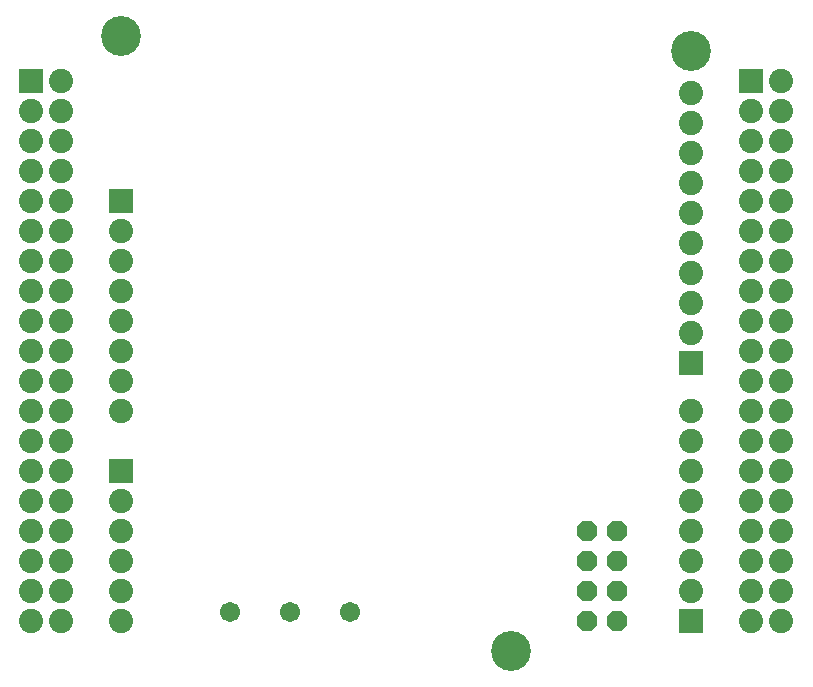
<source format=gbs>
G04 EAGLE Gerber RS-274X export*
G75*
%MOMM*%
%FSLAX34Y34*%
%LPD*%
%INSoldermask Bottom*%
%IPPOS*%
%AMOC8*
5,1,8,0,0,1.08239X$1,22.5*%
G01*
%ADD10P,1.869504X8X292.500000*%
%ADD11R,2.053200X2.053200*%
%ADD12C,2.053200*%
%ADD13C,3.378200*%
%ADD14C,1.711200*%


D10*
X505460Y129540D03*
X530860Y129540D03*
X505460Y104140D03*
X530860Y104140D03*
X505460Y78740D03*
X530860Y78740D03*
X505460Y53340D03*
X530860Y53340D03*
D11*
X111240Y180260D03*
D12*
X111240Y154860D03*
X111240Y129460D03*
X111240Y104060D03*
X111240Y78660D03*
X111240Y53260D03*
D11*
X111240Y408860D03*
D12*
X111240Y383460D03*
X111240Y358060D03*
X111240Y332660D03*
X111240Y307260D03*
X111240Y281860D03*
X111240Y256460D03*
X111240Y231060D03*
D11*
X35040Y510460D03*
D12*
X60440Y510460D03*
X35040Y485060D03*
X60440Y485060D03*
X35040Y459660D03*
X60440Y459660D03*
X35040Y434260D03*
X60440Y434260D03*
X35040Y408860D03*
X60440Y408860D03*
X35040Y383460D03*
X60440Y383460D03*
X35040Y358060D03*
X60440Y358060D03*
X35040Y332660D03*
X60440Y332660D03*
X35040Y307260D03*
X60440Y307260D03*
X35040Y281860D03*
X60440Y281860D03*
X35040Y256460D03*
X60440Y256460D03*
X35040Y231060D03*
X60440Y231060D03*
X35040Y205660D03*
X60440Y205660D03*
X35040Y180260D03*
X60440Y180260D03*
X35040Y154860D03*
X60440Y154860D03*
X35040Y129460D03*
X60440Y129460D03*
X35040Y104060D03*
X60440Y104060D03*
X35040Y78660D03*
X60440Y78660D03*
X35040Y53260D03*
X60440Y53260D03*
D11*
X593840Y271700D03*
D12*
X593840Y297100D03*
X593840Y322500D03*
X593840Y347900D03*
X593840Y373300D03*
X593840Y398700D03*
X593840Y424100D03*
X593840Y449500D03*
X593840Y474900D03*
X593840Y500300D03*
X593840Y104060D03*
X593840Y129460D03*
X593840Y154860D03*
X593840Y180260D03*
X593840Y205660D03*
X593840Y231060D03*
D11*
X593840Y53260D03*
D12*
X593840Y78660D03*
D11*
X644640Y510210D03*
D12*
X670040Y510210D03*
X644640Y484810D03*
X670040Y484810D03*
X644640Y459410D03*
X670040Y459410D03*
X644640Y434010D03*
X670040Y434010D03*
X644640Y408610D03*
X670040Y408610D03*
X644640Y383210D03*
X670040Y383210D03*
X644640Y357810D03*
X670040Y357810D03*
X644640Y332410D03*
X670040Y332410D03*
X644640Y307010D03*
X670040Y307010D03*
X644640Y281610D03*
X670040Y281610D03*
X644640Y256210D03*
X670040Y256210D03*
X644640Y230810D03*
X670040Y230810D03*
X644640Y205410D03*
X670040Y205410D03*
X644640Y180010D03*
X670040Y180010D03*
X644640Y154610D03*
X670040Y154610D03*
X644640Y129210D03*
X670040Y129210D03*
X644640Y103810D03*
X670040Y103810D03*
X644640Y78410D03*
X670040Y78410D03*
X644640Y53010D03*
X670040Y53010D03*
D13*
X593840Y535860D03*
X111240Y548560D03*
X441440Y27860D03*
D14*
X304600Y61000D03*
X203000Y61000D03*
X253800Y61000D03*
M02*

</source>
